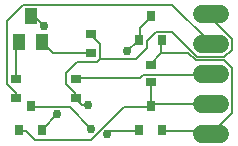
<source format=gbr>
G04 EAGLE Gerber RS-274X export*
G75*
%MOMM*%
%FSLAX34Y34*%
%LPD*%
%INTop Copper*%
%IPPOS*%
%AMOC8*
5,1,8,0,0,1.08239X$1,22.5*%
G01*
%ADD10R,0.939800X0.660400*%
%ADD11R,0.939800X0.762000*%
%ADD12C,1.524000*%
%ADD13R,0.800000X0.900000*%
%ADD14R,1.000000X1.400000*%
%ADD15C,0.152400*%
%ADD16C,0.756400*%


D10*
X129540Y64008D03*
X129540Y78232D03*
D11*
X66040Y66802D03*
X66040Y50038D03*
X15240Y50038D03*
X15240Y66802D03*
X78740Y104902D03*
X78740Y88138D03*
D12*
X172720Y20320D02*
X187960Y20320D01*
X187960Y45720D02*
X172720Y45720D01*
X172720Y71120D02*
X187960Y71120D01*
X187960Y96520D02*
X172720Y96520D01*
X172720Y121920D02*
X187960Y121920D01*
D13*
X120040Y23020D03*
X139040Y23020D03*
X129540Y44020D03*
X120040Y99220D03*
X139040Y99220D03*
X129540Y120220D03*
X18440Y23020D03*
X37440Y23020D03*
X27940Y44020D03*
D14*
X27940Y120220D03*
X37440Y98220D03*
X18440Y98220D03*
D15*
X120396Y100584D02*
X120396Y109728D01*
X129540Y118872D01*
X120396Y100584D02*
X120040Y99220D01*
X129540Y118872D02*
X129540Y120220D01*
X118872Y22860D02*
X96012Y22860D01*
X92964Y19812D01*
X118872Y22860D02*
X120040Y23020D01*
X109728Y89916D02*
X118872Y99060D01*
X120040Y99220D01*
D16*
X92964Y19812D03*
X109728Y89916D03*
D15*
X138684Y88392D02*
X138684Y99060D01*
X138684Y88392D02*
X129540Y79248D01*
X138684Y99060D02*
X139040Y99220D01*
X129540Y79248D02*
X129540Y78232D01*
X140208Y22860D02*
X178308Y22860D01*
X179832Y21336D01*
X140208Y22860D02*
X139040Y23020D01*
X179832Y21336D02*
X180340Y20320D01*
X161544Y88392D02*
X138684Y88392D01*
X161544Y88392D02*
X167640Y82296D01*
X192024Y82296D01*
X198120Y76200D01*
X198120Y38100D01*
X180340Y20320D01*
X24384Y22860D02*
X19812Y22860D01*
X24384Y22860D02*
X32004Y15240D01*
X79248Y15240D01*
X106680Y42672D01*
X129540Y42672D01*
X19812Y22860D02*
X18440Y23020D01*
X129540Y42672D02*
X129540Y44020D01*
X129540Y45720D01*
X129540Y64008D01*
X129540Y45720D02*
X180340Y45720D01*
X129540Y44196D02*
X129540Y44020D01*
X32004Y118872D02*
X28956Y118872D01*
X32004Y118872D02*
X39624Y111252D01*
X28956Y118872D02*
X27940Y120220D01*
D16*
X39624Y111252D03*
D15*
X47244Y88392D02*
X77724Y88392D01*
X47244Y88392D02*
X38100Y97536D01*
X77724Y88392D02*
X78740Y88138D01*
X38100Y97536D02*
X37440Y98220D01*
X28956Y42672D02*
X60960Y42672D01*
X79248Y24384D01*
X28956Y42672D02*
X27940Y44020D01*
D16*
X79248Y24384D03*
D15*
X50292Y36576D02*
X38100Y24384D01*
X37440Y23020D01*
D16*
X50292Y36576D03*
D15*
X67056Y67056D02*
X120396Y67056D01*
X123444Y70104D01*
X179832Y70104D01*
X67056Y67056D02*
X66040Y66802D01*
X179832Y70104D02*
X180340Y71120D01*
X65532Y54864D02*
X65532Y50292D01*
X65532Y54864D02*
X57912Y62484D01*
X57912Y71628D01*
X67056Y80772D01*
X83820Y80772D01*
X86868Y83820D01*
X86868Y96012D01*
X79248Y103632D01*
X65532Y50292D02*
X66040Y50038D01*
X79248Y103632D02*
X78740Y104902D01*
X76200Y44196D02*
X71628Y44196D01*
X67056Y48768D01*
X66040Y50038D01*
X181356Y117348D02*
X181356Y121920D01*
X181356Y117348D02*
X198120Y100584D01*
X198120Y91440D01*
X192024Y85344D01*
X169164Y85344D01*
X147828Y106680D01*
X134112Y106680D01*
X126492Y99060D01*
X126492Y92964D01*
X117348Y83820D01*
X86868Y83820D01*
X180340Y121920D02*
X181356Y121920D01*
D16*
X76200Y44196D03*
D15*
X15240Y66802D02*
X15240Y94488D01*
X18288Y97536D01*
X18440Y98220D01*
X15240Y54864D02*
X15240Y50038D01*
X15240Y54864D02*
X7620Y62484D01*
X7620Y115824D01*
X21336Y129540D01*
X147828Y129540D01*
X179832Y97536D01*
X180340Y96520D01*
M02*

</source>
